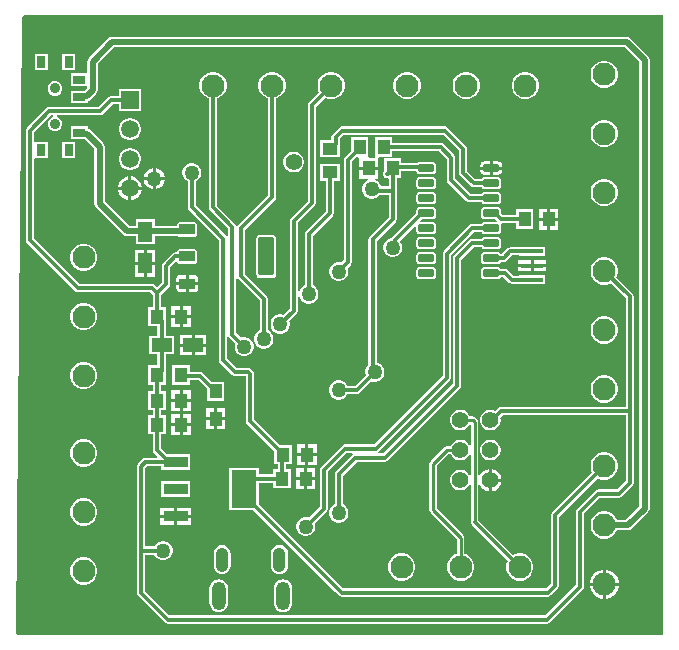
<source format=gbl>
G04*
G04 #@! TF.GenerationSoftware,Altium Limited,Altium Designer,23.3.1 (30)*
G04*
G04 Layer_Physical_Order=2*
G04 Layer_Color=16711680*
%FSLAX25Y25*%
%MOIN*%
G70*
G04*
G04 #@! TF.SameCoordinates,C0566122-47CB-4EAD-8267-09603FDD0119*
G04*
G04*
G04 #@! TF.FilePolarity,Positive*
G04*
G01*
G75*
%ADD15C,0.01000*%
%ADD37R,0.04488X0.05000*%
%ADD39R,0.07480X0.01575*%
%ADD40R,0.05000X0.04488*%
%ADD50C,0.01300*%
%ADD52C,0.01200*%
%ADD53C,0.03543*%
%ADD54C,0.05937*%
%ADD55R,0.05937X0.05937*%
%ADD56C,0.07677*%
%ADD57C,0.05512*%
%ADD58O,0.04724X0.09449*%
%ADD59O,0.02874X0.05748*%
%ADD60C,0.05000*%
%ADD61R,0.04331X0.02756*%
%ADD62R,0.03150X0.03937*%
%ADD63R,0.08465X0.12795*%
%ADD64R,0.08465X0.03740*%
%ADD65R,0.04331X0.04921*%
G04:AMPARAMS|DCode=66|XSize=36.61mil|YSize=51.58mil|CornerRadius=2.75mil|HoleSize=0mil|Usage=FLASHONLY|Rotation=90.000|XOffset=0mil|YOffset=0mil|HoleType=Round|Shape=RoundedRectangle|*
%AMROUNDEDRECTD66*
21,1,0.03661,0.04608,0,0,90.0*
21,1,0.03112,0.05158,0,0,90.0*
1,1,0.00549,0.02304,0.01556*
1,1,0.00549,0.02304,-0.01556*
1,1,0.00549,-0.02304,-0.01556*
1,1,0.00549,-0.02304,0.01556*
%
%ADD66ROUNDEDRECTD66*%
G04:AMPARAMS|DCode=67|XSize=127.56mil|YSize=51.58mil|CornerRadius=3.87mil|HoleSize=0mil|Usage=FLASHONLY|Rotation=90.000|XOffset=0mil|YOffset=0mil|HoleType=Round|Shape=RoundedRectangle|*
%AMROUNDEDRECTD67*
21,1,0.12756,0.04384,0,0,90.0*
21,1,0.11982,0.05158,0,0,90.0*
1,1,0.00774,0.02192,0.05991*
1,1,0.00774,0.02192,-0.05991*
1,1,0.00774,-0.02192,-0.05991*
1,1,0.00774,-0.02192,0.05991*
%
%ADD67ROUNDEDRECTD67*%
G04:AMPARAMS|DCode=68|XSize=51.58mil|YSize=24.41mil|CornerRadius=3.05mil|HoleSize=0mil|Usage=FLASHONLY|Rotation=180.000|XOffset=0mil|YOffset=0mil|HoleType=Round|Shape=RoundedRectangle|*
%AMROUNDEDRECTD68*
21,1,0.05158,0.01831,0,0,180.0*
21,1,0.04547,0.02441,0,0,180.0*
1,1,0.00610,-0.02274,0.00915*
1,1,0.00610,0.02274,0.00915*
1,1,0.00610,0.02274,-0.00915*
1,1,0.00610,-0.02274,-0.00915*
%
%ADD68ROUNDEDRECTD68*%
%ADD69O,0.04134X0.08268*%
%ADD70R,0.06850X0.04842*%
%ADD71R,0.04842X0.06850*%
%ADD72C,0.02000*%
G36*
X386500Y110000D02*
X171355D01*
X171003Y110355D01*
X173000Y316000D01*
X173500Y316500D01*
X386500D01*
Y110000D01*
D02*
G37*
%LPC*%
G36*
X190732Y303574D02*
X186182D01*
Y298237D01*
X190732D01*
Y303574D01*
D02*
G37*
G36*
X181676D02*
X177127D01*
Y298237D01*
X181676D01*
Y303574D01*
D02*
G37*
G36*
X367598Y301224D02*
X366403D01*
X365248Y300914D01*
X364213Y300317D01*
X363368Y299472D01*
X362771Y298437D01*
X362461Y297283D01*
Y296088D01*
X362771Y294933D01*
X363368Y293898D01*
X364213Y293053D01*
X365248Y292456D01*
X366403Y292146D01*
X367598D01*
X368752Y292456D01*
X369787Y293053D01*
X370632Y293898D01*
X371229Y294933D01*
X371539Y296088D01*
Y297283D01*
X371229Y298437D01*
X370632Y299472D01*
X369787Y300317D01*
X368752Y300914D01*
X367598Y301224D01*
D02*
G37*
G36*
X212601Y291932D02*
X205264D01*
Y289640D01*
X202764D01*
X202764Y289640D01*
X202237Y289535D01*
X201790Y289237D01*
X198430Y285876D01*
X182000D01*
X182000Y285876D01*
X181473Y285772D01*
X181027Y285473D01*
X174527Y278973D01*
X174228Y278527D01*
X174124Y278000D01*
Y241500D01*
X174228Y240973D01*
X174527Y240527D01*
X190527Y224527D01*
X190973Y224228D01*
X191500Y224124D01*
X215676D01*
X216632Y223168D01*
Y219200D01*
X215064D01*
Y212800D01*
X218072D01*
Y209621D01*
X215324D01*
Y203379D01*
X218072D01*
Y199700D01*
X215056D01*
Y193300D01*
X216623D01*
Y191200D01*
X215056D01*
Y184800D01*
X216623D01*
Y183200D01*
X215056D01*
Y176800D01*
X216623D01*
Y171358D01*
X216728Y170831D01*
X217027Y170385D01*
X218018Y169394D01*
X217827Y168932D01*
X214055D01*
X213528Y168827D01*
X213082Y168528D01*
X213082Y168528D01*
X211527Y166973D01*
X211228Y166527D01*
X211123Y166000D01*
Y138000D01*
Y124000D01*
X211228Y123473D01*
X211527Y123027D01*
X220527Y114027D01*
X220973Y113728D01*
X221500Y113624D01*
X348000D01*
X348527Y113728D01*
X348973Y114027D01*
X359973Y125027D01*
X360272Y125473D01*
X360377Y126000D01*
Y150430D01*
X365570Y155624D01*
X372000D01*
X372527Y155728D01*
X372973Y156027D01*
X376473Y159527D01*
X376772Y159973D01*
X376876Y160500D01*
X376876Y160500D01*
Y184500D01*
Y222685D01*
X376876Y222685D01*
X376772Y223212D01*
X376473Y223658D01*
X376473Y223658D01*
X371035Y229097D01*
X371229Y229433D01*
X371539Y230588D01*
Y231783D01*
X371229Y232937D01*
X370632Y233972D01*
X369787Y234817D01*
X368752Y235414D01*
X367598Y235724D01*
X366403D01*
X365248Y235414D01*
X364213Y234817D01*
X363368Y233972D01*
X362771Y232937D01*
X362461Y231783D01*
Y230588D01*
X362771Y229433D01*
X363368Y228398D01*
X364213Y227553D01*
X365248Y226956D01*
X366403Y226646D01*
X367598D01*
X368752Y226956D01*
X369088Y227150D01*
X374124Y222115D01*
Y185876D01*
X332655D01*
X332128Y185772D01*
X331682Y185473D01*
X330711Y184503D01*
X330334Y184720D01*
X329455Y184956D01*
X328545D01*
X327666Y184720D01*
X326878Y184265D01*
X326235Y183622D01*
X325780Y182834D01*
X325544Y181955D01*
Y181045D01*
X325780Y180166D01*
X326235Y179378D01*
X326878Y178735D01*
X327666Y178280D01*
X328545Y178044D01*
X329455D01*
X330334Y178280D01*
X331122Y178735D01*
X331765Y179378D01*
X332220Y180166D01*
X332456Y181045D01*
Y181955D01*
X332371Y182270D01*
X333225Y183124D01*
X374124D01*
Y161070D01*
X371430Y158376D01*
X365000D01*
X364473Y158272D01*
X364027Y157973D01*
X358027Y151973D01*
X357728Y151527D01*
X357624Y151000D01*
Y126570D01*
X347430Y116376D01*
X222070D01*
X213877Y124570D01*
Y136624D01*
X217100D01*
X217439Y136035D01*
X218035Y135439D01*
X218765Y135018D01*
X219579Y134800D01*
X220421D01*
X221235Y135018D01*
X221965Y135439D01*
X222561Y136035D01*
X222982Y136765D01*
X223200Y137579D01*
Y138421D01*
X222982Y139235D01*
X222561Y139965D01*
X221965Y140561D01*
X221235Y140982D01*
X220421Y141200D01*
X219579D01*
X218765Y140982D01*
X218035Y140561D01*
X217439Y139965D01*
X217100Y139376D01*
X213877D01*
Y165430D01*
X214625Y166179D01*
X219233D01*
Y164985D01*
X229098D01*
Y170125D01*
X221180D01*
X219376Y171928D01*
Y176800D01*
X220944D01*
Y183200D01*
X219376D01*
Y184800D01*
X220944D01*
Y191200D01*
X219376D01*
Y193300D01*
X220944D01*
Y199700D01*
X220825D01*
Y203379D01*
X223574D01*
Y209621D01*
X220825D01*
Y212800D01*
X220952D01*
Y219200D01*
X219385D01*
Y223168D01*
X221973Y225757D01*
X221973Y225757D01*
X222272Y226204D01*
X222376Y226730D01*
X222376Y226730D01*
Y232430D01*
X224228Y234281D01*
X224770Y234117D01*
X224778Y234079D01*
X224993Y233757D01*
X225316Y233542D01*
X225696Y233466D01*
X230304D01*
X230684Y233542D01*
X231007Y233757D01*
X231222Y234079D01*
X231298Y234460D01*
Y237572D01*
X231222Y237952D01*
X231007Y238275D01*
X230684Y238490D01*
X230304Y238566D01*
X225696D01*
X225316Y238490D01*
X224993Y238275D01*
X224778Y237952D01*
X224702Y237572D01*
Y237392D01*
X224016D01*
X224016Y237392D01*
X223489Y237287D01*
X223042Y236989D01*
X223042Y236989D01*
X220027Y233973D01*
X219728Y233527D01*
X219623Y233000D01*
Y227301D01*
X218008Y225685D01*
X217220Y226473D01*
X216773Y226772D01*
X216247Y226876D01*
X192070D01*
X176876Y242070D01*
Y268313D01*
X177127Y268709D01*
X177376Y268709D01*
X181676D01*
Y274046D01*
X177376D01*
X177127Y274046D01*
X176876Y274443D01*
Y277430D01*
X182570Y283123D01*
X183134D01*
X183234Y282624D01*
X182529Y282332D01*
X181834Y281636D01*
X181457Y280728D01*
Y279745D01*
X181834Y278836D01*
X182529Y278141D01*
X183438Y277765D01*
X184421D01*
X185329Y278141D01*
X186024Y278836D01*
X186401Y279745D01*
Y280728D01*
X186024Y281636D01*
X185329Y282332D01*
X184624Y282624D01*
X184724Y283123D01*
X199000D01*
X199527Y283228D01*
X199973Y283527D01*
X203334Y286887D01*
X205264D01*
Y284595D01*
X212601D01*
Y291932D01*
D02*
G37*
G36*
X184421Y294519D02*
X183438D01*
X182529Y294143D01*
X181834Y293447D01*
X181457Y292539D01*
Y291556D01*
X181834Y290647D01*
X182529Y289952D01*
X183438Y289576D01*
X184421D01*
X185329Y289952D01*
X186024Y290647D01*
X186401Y291556D01*
Y292539D01*
X186024Y293447D01*
X185329Y294143D01*
X184421Y294519D01*
D02*
G37*
G36*
X341283Y297539D02*
X340088D01*
X338933Y297229D01*
X337898Y296632D01*
X337053Y295787D01*
X336456Y294752D01*
X336146Y293598D01*
Y292403D01*
X336456Y291248D01*
X337053Y290213D01*
X337898Y289368D01*
X338933Y288771D01*
X340088Y288461D01*
X341283D01*
X342437Y288771D01*
X343472Y289368D01*
X344317Y290213D01*
X344914Y291248D01*
X345224Y292403D01*
Y293598D01*
X344914Y294752D01*
X344317Y295787D01*
X343472Y296632D01*
X342437Y297229D01*
X341283Y297539D01*
D02*
G37*
G36*
X321598D02*
X320403D01*
X319248Y297229D01*
X318213Y296632D01*
X317368Y295787D01*
X316771Y294752D01*
X316461Y293598D01*
Y292403D01*
X316771Y291248D01*
X317368Y290213D01*
X318213Y289368D01*
X319248Y288771D01*
X320403Y288461D01*
X321598D01*
X322752Y288771D01*
X323787Y289368D01*
X324632Y290213D01*
X325229Y291248D01*
X325539Y292403D01*
Y293598D01*
X325229Y294752D01*
X324632Y295787D01*
X323787Y296632D01*
X322752Y297229D01*
X321598Y297539D01*
D02*
G37*
G36*
X301912D02*
X300717D01*
X299563Y297229D01*
X298528Y296632D01*
X297683Y295787D01*
X297086Y294752D01*
X296776Y293598D01*
Y292403D01*
X297086Y291248D01*
X297683Y290213D01*
X298528Y289368D01*
X299563Y288771D01*
X300717Y288461D01*
X301912D01*
X303067Y288771D01*
X304102Y289368D01*
X304947Y290213D01*
X305544Y291248D01*
X305854Y292403D01*
Y293598D01*
X305544Y294752D01*
X304947Y295787D01*
X304102Y296632D01*
X303067Y297229D01*
X301912Y297539D01*
D02*
G37*
G36*
X276597D02*
X275402D01*
X274248Y297229D01*
X273213Y296632D01*
X272368Y295787D01*
X271771Y294752D01*
X271461Y293598D01*
Y292403D01*
X271771Y291248D01*
X271965Y290912D01*
X268527Y287473D01*
X268228Y287027D01*
X268124Y286500D01*
Y254570D01*
X262527Y248973D01*
X262228Y248527D01*
X262123Y248000D01*
Y218570D01*
X260078Y216524D01*
X259421Y216700D01*
X258579D01*
X257765Y216482D01*
X257035Y216061D01*
X256439Y215465D01*
X256018Y214735D01*
X255800Y213921D01*
Y213079D01*
X256018Y212265D01*
X256439Y211535D01*
X257035Y210939D01*
X257765Y210518D01*
X258579Y210300D01*
X259421D01*
X260235Y210518D01*
X260965Y210939D01*
X261561Y211535D01*
X261982Y212265D01*
X262200Y213079D01*
Y213921D01*
X262024Y214578D01*
X264473Y217027D01*
X264772Y217473D01*
X264877Y218000D01*
Y222728D01*
X265376Y222793D01*
X265518Y222265D01*
X265939Y221535D01*
X266535Y220939D01*
X267265Y220518D01*
X268079Y220300D01*
X268921D01*
X269735Y220518D01*
X270465Y220939D01*
X271061Y221535D01*
X271482Y222265D01*
X271700Y223079D01*
Y223921D01*
X271482Y224735D01*
X271061Y225465D01*
X270465Y226061D01*
X269877Y226400D01*
Y242930D01*
X276473Y249527D01*
X276473Y249527D01*
X276772Y249973D01*
X276876Y250500D01*
Y261060D01*
X278826D01*
Y266948D01*
X272426D01*
Y261060D01*
X274124D01*
Y251070D01*
X267527Y244473D01*
X267228Y244027D01*
X267124Y243500D01*
Y226400D01*
X266535Y226061D01*
X265939Y225465D01*
X265518Y224735D01*
X265376Y224207D01*
X264877Y224272D01*
Y247430D01*
X270473Y253027D01*
X270772Y253473D01*
X270877Y254000D01*
Y285930D01*
X273912Y288965D01*
X274248Y288771D01*
X275402Y288461D01*
X276597D01*
X277752Y288771D01*
X278787Y289368D01*
X279632Y290213D01*
X280229Y291248D01*
X280539Y292403D01*
Y293598D01*
X280229Y294752D01*
X279632Y295787D01*
X278787Y296632D01*
X277752Y297229D01*
X276597Y297539D01*
D02*
G37*
G36*
X209416Y282090D02*
X208450D01*
X207517Y281840D01*
X206680Y281357D01*
X205997Y280674D01*
X205515Y279837D01*
X205264Y278904D01*
Y277938D01*
X205515Y277005D01*
X205997Y276169D01*
X206680Y275486D01*
X207517Y275003D01*
X208450Y274753D01*
X209416D01*
X210349Y275003D01*
X211186Y275486D01*
X211869Y276169D01*
X212351Y277005D01*
X212601Y277938D01*
Y278904D01*
X212351Y279837D01*
X211869Y280674D01*
X211186Y281357D01*
X210349Y281840D01*
X209416Y282090D01*
D02*
G37*
G36*
X367598Y281539D02*
X366403D01*
X365248Y281229D01*
X364213Y280632D01*
X363368Y279787D01*
X362771Y278752D01*
X362461Y277597D01*
Y276402D01*
X362771Y275248D01*
X363368Y274213D01*
X364213Y273368D01*
X365248Y272771D01*
X366403Y272461D01*
X367598D01*
X368752Y272771D01*
X369787Y273368D01*
X370632Y274213D01*
X371229Y275248D01*
X371539Y276402D01*
Y277597D01*
X371229Y278752D01*
X370632Y279787D01*
X369787Y280632D01*
X368752Y281229D01*
X367598Y281539D01*
D02*
G37*
G36*
X296436Y275700D02*
X290548D01*
Y269500D01*
X290548Y269300D01*
X290172Y269000D01*
X288820D01*
X288444Y269300D01*
X288444Y269500D01*
Y275700D01*
X282556D01*
Y271247D01*
X280527Y269217D01*
X280228Y268771D01*
X280123Y268244D01*
Y234863D01*
X279346Y234086D01*
X278921Y234200D01*
X278079D01*
X277265Y233982D01*
X276535Y233561D01*
X275939Y232965D01*
X275518Y232235D01*
X275300Y231421D01*
Y230579D01*
X275518Y229765D01*
X275939Y229035D01*
X276535Y228439D01*
X277265Y228018D01*
X278079Y227800D01*
X278921D01*
X279735Y228018D01*
X280465Y228439D01*
X281061Y229035D01*
X281482Y229765D01*
X281700Y230579D01*
Y231421D01*
X281482Y232235D01*
X281448Y232294D01*
X282473Y233320D01*
X282772Y233767D01*
X282876Y234293D01*
Y267674D01*
X284503Y269300D01*
X284884D01*
X285260Y269000D01*
X285260Y268800D01*
Y266000D01*
X291748D01*
Y268800D01*
X291748Y269000D01*
X292124Y269300D01*
X296436D01*
Y271124D01*
X311930D01*
X314623Y268430D01*
Y261500D01*
X314728Y260973D01*
X315027Y260527D01*
X321027Y254527D01*
X321473Y254228D01*
X322000Y254123D01*
X326152D01*
X326328Y253860D01*
X326661Y253638D01*
X327053Y253560D01*
X331600D01*
X331993Y253638D01*
X332325Y253860D01*
X332547Y254192D01*
X332625Y254585D01*
Y256415D01*
X332547Y256807D01*
X332325Y257140D01*
X331993Y257362D01*
X331600Y257440D01*
X327053D01*
X326661Y257362D01*
X326328Y257140D01*
X326152Y256876D01*
X322570D01*
X317376Y262070D01*
Y269000D01*
X317376Y269000D01*
X317272Y269527D01*
X316973Y269973D01*
X313473Y273473D01*
X313027Y273772D01*
X312500Y273877D01*
X296436D01*
Y275700D01*
D02*
G37*
G36*
X190732Y274046D02*
X186182D01*
Y268709D01*
X190732D01*
Y274046D01*
D02*
G37*
G36*
X331600Y267746D02*
X329827D01*
Y266000D01*
X332931D01*
Y266415D01*
X332830Y266925D01*
X332541Y267356D01*
X332110Y267645D01*
X331600Y267746D01*
D02*
G37*
G36*
X328827D02*
X327053D01*
X326544Y267645D01*
X326112Y267356D01*
X325824Y266925D01*
X325723Y266415D01*
Y266000D01*
X328827D01*
Y267746D01*
D02*
G37*
G36*
X209416Y272247D02*
X208450D01*
X207517Y271997D01*
X206680Y271514D01*
X205997Y270831D01*
X205515Y269995D01*
X205264Y269062D01*
Y268096D01*
X205515Y267163D01*
X205997Y266326D01*
X206680Y265643D01*
X207517Y265160D01*
X208450Y264910D01*
X209416D01*
X210349Y265160D01*
X211186Y265643D01*
X211869Y266326D01*
X212351Y267163D01*
X212601Y268096D01*
Y269062D01*
X212351Y269995D01*
X211869Y270831D01*
X211186Y271514D01*
X210349Y271997D01*
X209416Y272247D01*
D02*
G37*
G36*
X263955Y270956D02*
X263045D01*
X262166Y270720D01*
X261378Y270265D01*
X260735Y269622D01*
X260280Y268834D01*
X260044Y267955D01*
Y267045D01*
X260280Y266166D01*
X260735Y265378D01*
X261378Y264735D01*
X262166Y264280D01*
X263045Y264044D01*
X263955D01*
X264834Y264280D01*
X265622Y264735D01*
X266265Y265378D01*
X266720Y266166D01*
X266956Y267045D01*
Y267955D01*
X266720Y268834D01*
X266265Y269622D01*
X265622Y270265D01*
X264834Y270720D01*
X263955Y270956D01*
D02*
G37*
G36*
X332931Y265000D02*
X329827D01*
Y263254D01*
X331600D01*
X332110Y263355D01*
X332541Y263644D01*
X332830Y264075D01*
X332931Y264585D01*
Y265000D01*
D02*
G37*
G36*
X328827D02*
X325723D01*
Y264585D01*
X325824Y264075D01*
X326112Y263644D01*
X326544Y263355D01*
X327053Y263254D01*
X328827D01*
Y265000D01*
D02*
G37*
G36*
X217500Y265490D02*
Y262500D01*
X220490D01*
X220262Y263351D01*
X219801Y264149D01*
X219149Y264801D01*
X218351Y265262D01*
X217500Y265490D01*
D02*
G37*
G36*
X216500D02*
X215649Y265262D01*
X214851Y264801D01*
X214199Y264149D01*
X213738Y263351D01*
X213510Y262500D01*
X216500D01*
Y265490D01*
D02*
G37*
G36*
X299440Y268700D02*
X293552D01*
Y264442D01*
X293374Y264177D01*
X293269Y263650D01*
X293374Y263123D01*
X293552Y262858D01*
Y262300D01*
X294513D01*
X294646Y262274D01*
X294902D01*
X295120Y261807D01*
Y259377D01*
X292578D01*
X292482Y259735D01*
X292061Y260465D01*
X291465Y261061D01*
X290735Y261482D01*
X290668Y261500D01*
X290734Y262000D01*
X291748D01*
Y265000D01*
X285260D01*
Y262000D01*
X288266D01*
X288332Y261500D01*
X288265Y261482D01*
X287535Y261061D01*
X286939Y260465D01*
X286518Y259735D01*
X286300Y258921D01*
Y258079D01*
X286518Y257265D01*
X286939Y256535D01*
X287535Y255939D01*
X288265Y255518D01*
X289079Y255300D01*
X289921D01*
X290735Y255518D01*
X291465Y255939D01*
X292061Y256535D01*
X292112Y256624D01*
X295120D01*
Y249066D01*
X288819Y242765D01*
X288520Y242319D01*
X288416Y241792D01*
Y199941D01*
X287939Y199465D01*
X287518Y198735D01*
X287300Y197921D01*
Y197079D01*
X287476Y196423D01*
X283930Y192876D01*
X281400D01*
X281061Y193465D01*
X280465Y194061D01*
X279735Y194482D01*
X278921Y194700D01*
X278079D01*
X277265Y194482D01*
X276535Y194061D01*
X275939Y193465D01*
X275518Y192735D01*
X275300Y191921D01*
Y191079D01*
X275518Y190265D01*
X275939Y189535D01*
X276535Y188939D01*
X277265Y188518D01*
X278079Y188300D01*
X278921D01*
X279735Y188518D01*
X280465Y188939D01*
X281061Y189535D01*
X281400Y190124D01*
X284500D01*
X285027Y190228D01*
X285473Y190527D01*
X289422Y194476D01*
X290079Y194300D01*
X290921D01*
X291735Y194518D01*
X292465Y194939D01*
X293061Y195535D01*
X293482Y196265D01*
X293700Y197079D01*
Y197921D01*
X293482Y198735D01*
X293061Y199465D01*
X292465Y200061D01*
X291735Y200482D01*
X291168Y200634D01*
Y241222D01*
X297469Y247523D01*
X297768Y247969D01*
X297872Y248496D01*
Y258000D01*
Y262300D01*
X299440D01*
Y264379D01*
X304416D01*
X304453Y264193D01*
X304675Y263860D01*
X305007Y263638D01*
X305400Y263560D01*
X309947D01*
X310339Y263638D01*
X310671Y263860D01*
X310894Y264193D01*
X310972Y264585D01*
Y266415D01*
X310894Y266808D01*
X310671Y267140D01*
X310339Y267362D01*
X309947Y267440D01*
X305400D01*
X305007Y267362D01*
X304675Y267140D01*
X304670Y267132D01*
X299440D01*
Y268700D01*
D02*
G37*
G36*
X209455Y262705D02*
X209433D01*
Y259236D01*
X212901D01*
Y259259D01*
X212631Y260268D01*
X212109Y261173D01*
X211370Y261912D01*
X210465Y262434D01*
X209455Y262705D01*
D02*
G37*
G36*
X208433D02*
X208411D01*
X207401Y262434D01*
X206496Y261912D01*
X205757Y261173D01*
X205235Y260268D01*
X204964Y259259D01*
Y259236D01*
X208433D01*
Y262705D01*
D02*
G37*
G36*
X279500Y279377D02*
X278973Y279272D01*
X278527Y278973D01*
X276503Y276949D01*
X276204Y276503D01*
X276099Y275976D01*
Y274940D01*
X272426D01*
Y269052D01*
X278826D01*
Y273457D01*
X278853Y273590D01*
X278852Y273590D01*
Y275406D01*
X280070Y276624D01*
X313430D01*
X318623Y271430D01*
Y264000D01*
X318728Y263473D01*
X319027Y263027D01*
X322527Y259527D01*
X322973Y259228D01*
X323500Y259123D01*
X323500Y259123D01*
X326152D01*
X326328Y258860D01*
X326661Y258638D01*
X327053Y258560D01*
X331600D01*
X331993Y258638D01*
X332325Y258860D01*
X332547Y259192D01*
X332625Y259585D01*
Y261415D01*
X332547Y261807D01*
X332325Y262140D01*
X331993Y262362D01*
X331600Y262440D01*
X327053D01*
X326661Y262362D01*
X326328Y262140D01*
X326152Y261877D01*
X324070D01*
X321376Y264570D01*
Y272000D01*
X321272Y272527D01*
X320973Y272973D01*
X314973Y278973D01*
X314527Y279272D01*
X314000Y279377D01*
X279500D01*
X279500Y279377D01*
D02*
G37*
G36*
X309947Y262440D02*
X305400D01*
X305007Y262362D01*
X304675Y262140D01*
X304453Y261807D01*
X304375Y261415D01*
Y259585D01*
X304453Y259192D01*
X304675Y258860D01*
X305007Y258638D01*
X305400Y258560D01*
X309947D01*
X310339Y258638D01*
X310671Y258860D01*
X310894Y259192D01*
X310972Y259585D01*
Y261415D01*
X310894Y261807D01*
X310671Y262140D01*
X310339Y262362D01*
X309947Y262440D01*
D02*
G37*
G36*
X220490Y261500D02*
X217500D01*
Y258510D01*
X218351Y258738D01*
X219149Y259199D01*
X219801Y259851D01*
X220262Y260649D01*
X220490Y261500D01*
D02*
G37*
G36*
X216500D02*
X213510D01*
X213738Y260649D01*
X214199Y259851D01*
X214851Y259199D01*
X215649Y258738D01*
X216500Y258510D01*
Y261500D01*
D02*
G37*
G36*
X212901Y258236D02*
X209433D01*
Y254768D01*
X209455D01*
X210465Y255038D01*
X211370Y255561D01*
X212109Y256299D01*
X212631Y257204D01*
X212901Y258214D01*
Y258236D01*
D02*
G37*
G36*
X208433D02*
X204964D01*
Y258214D01*
X205235Y257204D01*
X205757Y256299D01*
X206496Y255561D01*
X207401Y255038D01*
X208411Y254768D01*
X208433D01*
Y258236D01*
D02*
G37*
G36*
X309947Y257440D02*
X305400D01*
X305007Y257362D01*
X304675Y257140D01*
X304453Y256807D01*
X304375Y256415D01*
Y254585D01*
X304453Y254192D01*
X304675Y253860D01*
X305007Y253638D01*
X305400Y253560D01*
X309947D01*
X310339Y253638D01*
X310671Y253860D01*
X310894Y254192D01*
X310972Y254585D01*
Y256415D01*
X310894Y256807D01*
X310671Y257140D01*
X310339Y257362D01*
X309947Y257440D01*
D02*
G37*
G36*
X367598Y261854D02*
X366403D01*
X365248Y261544D01*
X364213Y260947D01*
X363368Y260102D01*
X362771Y259067D01*
X362461Y257912D01*
Y256717D01*
X362771Y255563D01*
X363368Y254528D01*
X364213Y253683D01*
X365248Y253086D01*
X366403Y252776D01*
X367598D01*
X368752Y253086D01*
X369787Y253683D01*
X370632Y254528D01*
X371229Y255563D01*
X371539Y256717D01*
Y257912D01*
X371229Y259067D01*
X370632Y260102D01*
X369787Y260947D01*
X368752Y261544D01*
X367598Y261854D01*
D02*
G37*
G36*
X351736Y252000D02*
X348992D01*
Y249000D01*
X351736D01*
Y252000D01*
D02*
G37*
G36*
X347992D02*
X345248D01*
Y249000D01*
X347992D01*
Y252000D01*
D02*
G37*
G36*
X256912Y297539D02*
X255717D01*
X254563Y297229D01*
X253528Y296632D01*
X252683Y295787D01*
X252086Y294752D01*
X251776Y293598D01*
Y292403D01*
X252086Y291248D01*
X252683Y290213D01*
X253528Y289368D01*
X254563Y288771D01*
X254939Y288670D01*
Y256385D01*
X245027Y246473D01*
X244846Y246203D01*
X244315Y246308D01*
X244272Y246527D01*
X243973Y246973D01*
X238006Y252940D01*
Y288670D01*
X238382Y288771D01*
X239417Y289368D01*
X240262Y290213D01*
X240859Y291248D01*
X241169Y292403D01*
Y293598D01*
X240859Y294752D01*
X240262Y295787D01*
X239417Y296632D01*
X238382Y297229D01*
X237228Y297539D01*
X236033D01*
X234878Y297229D01*
X233843Y296632D01*
X232998Y295787D01*
X232401Y294752D01*
X232091Y293598D01*
Y292403D01*
X232401Y291248D01*
X232998Y290213D01*
X233843Y289368D01*
X234878Y288771D01*
X235254Y288670D01*
Y252370D01*
X235358Y251843D01*
X235657Y251397D01*
X241623Y245430D01*
Y242900D01*
X241124Y242748D01*
X240973Y242973D01*
X230876Y253070D01*
Y261100D01*
X231465Y261439D01*
X232061Y262035D01*
X232482Y262765D01*
X232700Y263579D01*
Y264421D01*
X232482Y265235D01*
X232061Y265965D01*
X231465Y266561D01*
X230735Y266982D01*
X229921Y267200D01*
X229079D01*
X228265Y266982D01*
X227535Y266561D01*
X226939Y265965D01*
X226518Y265235D01*
X226300Y264421D01*
Y263579D01*
X226518Y262765D01*
X226939Y262035D01*
X227535Y261439D01*
X228123Y261100D01*
Y252500D01*
X228228Y251973D01*
X228527Y251527D01*
X238623Y241430D01*
Y201500D01*
X238728Y200973D01*
X239027Y200527D01*
X243027Y196527D01*
X243027Y196527D01*
X243473Y196228D01*
X244000Y196124D01*
X247623D01*
Y181195D01*
X247728Y180668D01*
X248027Y180222D01*
X256995Y171253D01*
Y166800D01*
X258128D01*
Y165200D01*
X256560D01*
Y163376D01*
X251932D01*
Y165598D01*
X242068D01*
Y151402D01*
X249986D01*
X276861Y124527D01*
X277308Y124228D01*
X277329Y124224D01*
X278527Y123027D01*
X278973Y122728D01*
X279500Y122624D01*
X348238D01*
X348765Y122728D01*
X349212Y123027D01*
X351473Y125288D01*
X351473Y125288D01*
X351772Y125735D01*
X351876Y126261D01*
X351876Y126262D01*
Y149115D01*
X364912Y162150D01*
X365248Y161956D01*
X366403Y161646D01*
X367598D01*
X368752Y161956D01*
X369787Y162553D01*
X370632Y163398D01*
X371229Y164433D01*
X371539Y165587D01*
Y166782D01*
X371229Y167937D01*
X370632Y168972D01*
X369787Y169817D01*
X368752Y170414D01*
X367598Y170724D01*
X366403D01*
X365248Y170414D01*
X364213Y169817D01*
X363368Y168972D01*
X362771Y167937D01*
X362461Y166782D01*
Y165587D01*
X362771Y164433D01*
X362965Y164097D01*
X349527Y150658D01*
X349228Y150212D01*
X349124Y149685D01*
Y126832D01*
X347668Y125376D01*
X280070D01*
X278973Y126473D01*
X278527Y126772D01*
X278505Y126776D01*
X251932Y153349D01*
Y160624D01*
X256560D01*
Y158800D01*
X262448D01*
Y165200D01*
X260880D01*
Y166800D01*
X262883D01*
Y173200D01*
X258942D01*
X250377Y181765D01*
Y196738D01*
X250377Y196739D01*
X250272Y197265D01*
X249973Y197712D01*
X249973Y197712D01*
X249212Y198473D01*
X248765Y198772D01*
X248238Y198876D01*
X244570D01*
X241376Y202070D01*
Y209100D01*
X241877Y209252D01*
X242027Y209027D01*
X243976Y207078D01*
X243800Y206421D01*
Y205579D01*
X244018Y204765D01*
X244439Y204035D01*
X245035Y203439D01*
X245765Y203018D01*
X246579Y202800D01*
X247421D01*
X248235Y203018D01*
X248965Y203439D01*
X249561Y204035D01*
X249982Y204765D01*
X250200Y205579D01*
Y206421D01*
X249982Y207235D01*
X249561Y207965D01*
X248965Y208561D01*
X248235Y208982D01*
X247421Y209200D01*
X246579D01*
X245922Y209024D01*
X244376Y210570D01*
Y228600D01*
X244877Y228752D01*
X245027Y228527D01*
X252123Y221430D01*
Y211400D01*
X251535Y211061D01*
X250939Y210465D01*
X250518Y209735D01*
X250300Y208921D01*
Y208079D01*
X250518Y207265D01*
X250939Y206535D01*
X251535Y205939D01*
X252265Y205518D01*
X253079Y205300D01*
X253921D01*
X254735Y205518D01*
X255465Y205939D01*
X256061Y206535D01*
X256482Y207265D01*
X256700Y208079D01*
Y208921D01*
X256482Y209735D01*
X256061Y210465D01*
X255465Y211061D01*
X254876Y211400D01*
Y222000D01*
X254772Y222527D01*
X254473Y222973D01*
X247376Y230070D01*
Y244930D01*
X257288Y254842D01*
X257587Y255288D01*
X257691Y255815D01*
Y288670D01*
X258067Y288771D01*
X259102Y289368D01*
X259947Y290213D01*
X260544Y291248D01*
X260854Y292403D01*
Y293598D01*
X260544Y294752D01*
X259947Y295787D01*
X259102Y296632D01*
X258067Y297229D01*
X256912Y297539D01*
D02*
G37*
G36*
X331600Y252440D02*
X327053D01*
X326661Y252362D01*
X326328Y252140D01*
X326106Y251807D01*
X326028Y251415D01*
Y249585D01*
X326106Y249193D01*
X326328Y248860D01*
X326661Y248638D01*
X327053Y248560D01*
X330679D01*
X331298Y247940D01*
X331091Y247440D01*
X327053D01*
X326661Y247362D01*
X326328Y247140D01*
X326152Y246877D01*
X323000D01*
X323000Y246877D01*
X322473Y246772D01*
X322027Y246473D01*
X322027Y246473D01*
X313527Y237973D01*
X313228Y237527D01*
X313123Y237000D01*
Y196070D01*
X290430Y173376D01*
X280500D01*
X279973Y173272D01*
X279527Y172973D01*
X279527Y172973D01*
X272527Y165973D01*
X272228Y165527D01*
X272124Y165000D01*
Y152570D01*
X268578Y149024D01*
X267921Y149200D01*
X267079D01*
X266265Y148982D01*
X265535Y148561D01*
X264939Y147965D01*
X264518Y147235D01*
X264300Y146421D01*
Y145579D01*
X264518Y144765D01*
X264939Y144035D01*
X265535Y143439D01*
X266265Y143018D01*
X267079Y142800D01*
X267921D01*
X268735Y143018D01*
X269465Y143439D01*
X270061Y144035D01*
X270482Y144765D01*
X270700Y145579D01*
Y146421D01*
X270524Y147078D01*
X274473Y151027D01*
X274772Y151473D01*
X274876Y152000D01*
Y164430D01*
X281070Y170624D01*
X283100D01*
X283252Y170124D01*
X283027Y169973D01*
X283027Y169973D01*
X277527Y164473D01*
X277228Y164027D01*
X277123Y163500D01*
Y153400D01*
X276535Y153061D01*
X275939Y152465D01*
X275518Y151735D01*
X275300Y150921D01*
Y150079D01*
X275518Y149265D01*
X275939Y148535D01*
X276535Y147939D01*
X277265Y147518D01*
X278079Y147300D01*
X278921D01*
X279735Y147518D01*
X280465Y147939D01*
X281061Y148535D01*
X281482Y149265D01*
X281700Y150079D01*
Y150921D01*
X281482Y151735D01*
X281061Y152465D01*
X280465Y153061D01*
X279876Y153400D01*
Y162930D01*
X284570Y167624D01*
X294000D01*
X294527Y167728D01*
X294973Y168027D01*
X318973Y192027D01*
X318973Y192027D01*
X319272Y192473D01*
X319376Y193000D01*
X319376Y193000D01*
Y234930D01*
X323570Y239124D01*
X326152D01*
X326328Y238860D01*
X326661Y238638D01*
X327053Y238560D01*
X331600D01*
X331993Y238638D01*
X332325Y238860D01*
X332547Y239193D01*
X332625Y239585D01*
Y241415D01*
X332547Y241808D01*
X332325Y242140D01*
X331993Y242362D01*
X331600Y242440D01*
X327053D01*
X326661Y242362D01*
X326328Y242140D01*
X326152Y241877D01*
X323000D01*
X323000Y241877D01*
X322473Y241772D01*
X322027Y241473D01*
X317027Y236473D01*
X316728Y236027D01*
X316623Y235500D01*
Y193570D01*
X293430Y170376D01*
X291900D01*
X291748Y170876D01*
X291973Y171027D01*
X315473Y194527D01*
X315772Y194973D01*
X315877Y195500D01*
Y236430D01*
X323570Y244124D01*
X326152D01*
X326328Y243860D01*
X326661Y243638D01*
X327053Y243560D01*
X331600D01*
X331993Y243638D01*
X332325Y243860D01*
X332547Y244193D01*
X332625Y244585D01*
Y246415D01*
X332582Y246634D01*
X332595Y246699D01*
X332832Y247038D01*
X332937Y247124D01*
X337556D01*
Y245300D01*
X343444D01*
Y251700D01*
X337556D01*
Y249876D01*
X333255D01*
X332625Y250506D01*
Y251415D01*
X332547Y251807D01*
X332325Y252140D01*
X331993Y252362D01*
X331600Y252440D01*
D02*
G37*
G36*
X351736Y248000D02*
X348992D01*
Y245000D01*
X351736D01*
Y248000D01*
D02*
G37*
G36*
X347992D02*
X345248D01*
Y245000D01*
X347992D01*
Y248000D01*
D02*
G37*
G36*
X309947Y252440D02*
X305400D01*
X305007Y252362D01*
X304675Y252140D01*
X304453Y251807D01*
X304375Y251415D01*
Y250506D01*
X296235Y242366D01*
X296124Y242200D01*
X296079D01*
X295265Y241982D01*
X294535Y241561D01*
X293939Y240965D01*
X293518Y240235D01*
X293300Y239421D01*
Y238579D01*
X293518Y237765D01*
X293939Y237035D01*
X294535Y236439D01*
X295265Y236018D01*
X296079Y235800D01*
X296921D01*
X297735Y236018D01*
X298465Y236439D01*
X299061Y237035D01*
X299482Y237765D01*
X299700Y238579D01*
Y239421D01*
X299482Y240235D01*
X299061Y240965D01*
X298893Y241132D01*
X303875Y246113D01*
X304375Y245906D01*
Y244585D01*
X304453Y244193D01*
X304675Y243860D01*
X305007Y243638D01*
X305400Y243560D01*
X309947D01*
X310339Y243638D01*
X310671Y243860D01*
X310894Y244193D01*
X310972Y244585D01*
Y246415D01*
X310894Y246808D01*
X310671Y247140D01*
X310339Y247362D01*
X309947Y247440D01*
X305909D01*
X305702Y247940D01*
X306321Y248560D01*
X309947D01*
X310339Y248638D01*
X310671Y248860D01*
X310894Y249193D01*
X310972Y249585D01*
Y251415D01*
X310894Y251807D01*
X310671Y252140D01*
X310339Y252362D01*
X309947Y252440D01*
D02*
G37*
G36*
X194865Y279361D02*
X189135D01*
Y275205D01*
X192210D01*
X192378Y275172D01*
X192378Y275172D01*
X193877D01*
X197106Y271943D01*
Y253661D01*
X197238Y252998D01*
X197613Y252435D01*
X206774Y243274D01*
X207337Y242899D01*
X208000Y242767D01*
X210879D01*
Y240150D01*
X217121D01*
Y242767D01*
X225002D01*
X225316Y242557D01*
X225696Y242482D01*
X230304D01*
X230684Y242557D01*
X231007Y242773D01*
X231222Y243095D01*
X231298Y243476D01*
Y246588D01*
X231222Y246968D01*
X231007Y247290D01*
X230684Y247506D01*
X230304Y247581D01*
X225696D01*
X225316Y247506D01*
X224993Y247290D01*
X224778Y246968D01*
X224702Y246588D01*
Y246233D01*
X217121D01*
Y248401D01*
X210879D01*
Y246233D01*
X208718D01*
X200572Y254379D01*
Y272661D01*
X200440Y273324D01*
X200065Y273887D01*
X195820Y278131D01*
X195258Y278507D01*
X194865Y278585D01*
Y279361D01*
D02*
G37*
G36*
X347440Y239212D02*
X338560D01*
Y239101D01*
X335724D01*
X335724Y239101D01*
X335198Y238996D01*
X334751Y238698D01*
X334751Y238698D01*
X332965Y236912D01*
X332457Y236942D01*
X332325Y237140D01*
X331993Y237362D01*
X331600Y237440D01*
X327053D01*
X326661Y237362D01*
X326328Y237140D01*
X326106Y236807D01*
X326028Y236415D01*
Y234585D01*
X326106Y234192D01*
X326328Y233860D01*
X326661Y233638D01*
X327053Y233560D01*
X331600D01*
X331993Y233638D01*
X332325Y233860D01*
X332501Y234123D01*
X333500D01*
X334027Y234228D01*
X334473Y234527D01*
X336295Y236348D01*
X338560D01*
Y236237D01*
X347440D01*
Y239212D01*
D02*
G37*
G36*
X309947Y242440D02*
X305400D01*
X305007Y242362D01*
X304675Y242140D01*
X304453Y241808D01*
X304375Y241415D01*
Y239585D01*
X304453Y239193D01*
X304675Y238860D01*
X305007Y238638D01*
X305400Y238560D01*
X309947D01*
X310339Y238638D01*
X310671Y238860D01*
X310894Y239193D01*
X310972Y239585D01*
Y241415D01*
X310894Y241808D01*
X310671Y242140D01*
X310339Y242362D01*
X309947Y242440D01*
D02*
G37*
G36*
X217421Y238150D02*
X214500D01*
Y234224D01*
X217421D01*
Y238150D01*
D02*
G37*
G36*
X213500D02*
X210579D01*
Y234224D01*
X213500D01*
Y238150D01*
D02*
G37*
G36*
X309947Y237440D02*
X305400D01*
X305007Y237362D01*
X304675Y237140D01*
X304453Y236807D01*
X304375Y236415D01*
Y234585D01*
X304453Y234192D01*
X304675Y233860D01*
X305007Y233638D01*
X305400Y233560D01*
X309947D01*
X310339Y233638D01*
X310671Y233860D01*
X310894Y234192D01*
X310972Y234585D01*
Y236415D01*
X310894Y236807D01*
X310671Y237140D01*
X310339Y237362D01*
X309947Y237440D01*
D02*
G37*
G36*
X347740Y234787D02*
X343500D01*
Y233500D01*
X347740D01*
Y234787D01*
D02*
G37*
G36*
X342500D02*
X338260D01*
Y233500D01*
X342500D01*
Y234787D01*
D02*
G37*
G36*
X347740Y232500D02*
X343500D01*
Y231213D01*
X347740D01*
Y232500D01*
D02*
G37*
G36*
X342500D02*
X338260D01*
Y231213D01*
X342500D01*
Y232500D01*
D02*
G37*
G36*
X194097Y240224D02*
X192903D01*
X191748Y239914D01*
X190713Y239317D01*
X189868Y238472D01*
X189271Y237437D01*
X188961Y236282D01*
Y235087D01*
X189271Y233933D01*
X189868Y232898D01*
X190713Y232053D01*
X191748Y231456D01*
X192903Y231146D01*
X194097D01*
X195252Y231456D01*
X196287Y232053D01*
X197132Y232898D01*
X197729Y233933D01*
X198039Y235087D01*
Y236282D01*
X197729Y237437D01*
X197132Y238472D01*
X196287Y239317D01*
X195252Y239914D01*
X194097Y240224D01*
D02*
G37*
G36*
X217421Y233224D02*
X214500D01*
Y229299D01*
X217421D01*
Y233224D01*
D02*
G37*
G36*
X213500D02*
X210579D01*
Y229299D01*
X213500D01*
Y233224D01*
D02*
G37*
G36*
X256530Y243115D02*
X252147D01*
X251722Y243031D01*
X251363Y242791D01*
X251123Y242431D01*
X251038Y242007D01*
Y230025D01*
X251123Y229601D01*
X251363Y229241D01*
X251722Y229001D01*
X252147Y228917D01*
X256530D01*
X256954Y229001D01*
X257314Y229241D01*
X257554Y229601D01*
X257638Y230025D01*
Y242007D01*
X257554Y242431D01*
X257314Y242791D01*
X256954Y243031D01*
X256530Y243115D01*
D02*
G37*
G36*
X309947Y232440D02*
X305400D01*
X305007Y232362D01*
X304675Y232140D01*
X304453Y231807D01*
X304375Y231415D01*
Y229585D01*
X304453Y229192D01*
X304675Y228860D01*
X305007Y228638D01*
X305400Y228560D01*
X309947D01*
X310339Y228638D01*
X310671Y228860D01*
X310894Y229192D01*
X310972Y229585D01*
Y231415D01*
X310894Y231807D01*
X310671Y232140D01*
X310339Y232362D01*
X309947Y232440D01*
D02*
G37*
G36*
X230304Y229856D02*
X228500D01*
Y227500D01*
X231604D01*
Y228556D01*
X231505Y229053D01*
X231223Y229475D01*
X230802Y229757D01*
X230304Y229856D01*
D02*
G37*
G36*
X227500D02*
X225696D01*
X225199Y229757D01*
X224777Y229475D01*
X224495Y229053D01*
X224396Y228556D01*
Y227500D01*
X227500D01*
Y229856D01*
D02*
G37*
G36*
X331600Y232440D02*
X327053D01*
X326661Y232362D01*
X326328Y232140D01*
X326106Y231807D01*
X326028Y231415D01*
Y229585D01*
X326106Y229192D01*
X326328Y228860D01*
X326661Y228638D01*
X327053Y228560D01*
X331600D01*
X331993Y228638D01*
X332325Y228860D01*
X332501Y229123D01*
X333430D01*
X335251Y227302D01*
X335251Y227302D01*
X335698Y227004D01*
X336224Y226899D01*
X336224Y226899D01*
X338560D01*
Y226788D01*
X347440D01*
Y229763D01*
X338560D01*
Y229652D01*
X336794D01*
X334973Y231473D01*
X334527Y231772D01*
X334000Y231876D01*
X332501D01*
X332325Y232140D01*
X331993Y232362D01*
X331600Y232440D01*
D02*
G37*
G36*
X231604Y226500D02*
X228500D01*
Y224144D01*
X230304D01*
X230802Y224243D01*
X231223Y224525D01*
X231505Y224947D01*
X231604Y225444D01*
Y226500D01*
D02*
G37*
G36*
X227500D02*
X224396D01*
Y225444D01*
X224495Y224947D01*
X224777Y224525D01*
X225199Y224243D01*
X225696Y224144D01*
X227500D01*
Y226500D01*
D02*
G37*
G36*
X229244Y219500D02*
X226500D01*
Y216500D01*
X229244D01*
Y219500D01*
D02*
G37*
G36*
X225500D02*
X222756D01*
Y216500D01*
X225500D01*
Y219500D01*
D02*
G37*
G36*
X229244Y215500D02*
X226500D01*
Y212500D01*
X229244D01*
Y215500D01*
D02*
G37*
G36*
X225500D02*
X222756D01*
Y212500D01*
X225500D01*
Y215500D01*
D02*
G37*
G36*
X194097Y220538D02*
X192903D01*
X191748Y220229D01*
X190713Y219632D01*
X189868Y218787D01*
X189271Y217752D01*
X188961Y216598D01*
Y215402D01*
X189271Y214248D01*
X189868Y213213D01*
X190713Y212368D01*
X191748Y211771D01*
X192903Y211461D01*
X194097D01*
X195252Y211771D01*
X196287Y212368D01*
X197132Y213213D01*
X197729Y214248D01*
X198039Y215402D01*
Y216598D01*
X197729Y217752D01*
X197132Y218787D01*
X196287Y219632D01*
X195252Y220229D01*
X194097Y220538D01*
D02*
G37*
G36*
X234425Y209921D02*
X230500D01*
Y207000D01*
X234425D01*
Y209921D01*
D02*
G37*
G36*
X229500D02*
X225575D01*
Y207000D01*
X229500D01*
Y209921D01*
D02*
G37*
G36*
X367598Y216039D02*
X366403D01*
X365248Y215729D01*
X364213Y215132D01*
X363368Y214287D01*
X362771Y213252D01*
X362461Y212098D01*
Y210903D01*
X362771Y209748D01*
X363368Y208713D01*
X364213Y207868D01*
X365248Y207271D01*
X366403Y206961D01*
X367598D01*
X368752Y207271D01*
X369787Y207868D01*
X370632Y208713D01*
X371229Y209748D01*
X371539Y210903D01*
Y212098D01*
X371229Y213252D01*
X370632Y214287D01*
X369787Y215132D01*
X368752Y215729D01*
X367598Y216039D01*
D02*
G37*
G36*
X234425Y206000D02*
X230500D01*
Y203079D01*
X234425D01*
Y206000D01*
D02*
G37*
G36*
X229500D02*
X225575D01*
Y203079D01*
X229500D01*
Y206000D01*
D02*
G37*
G36*
X194097Y200853D02*
X192903D01*
X191748Y200544D01*
X190713Y199947D01*
X189868Y199102D01*
X189271Y198067D01*
X188961Y196913D01*
Y195718D01*
X189271Y194563D01*
X189868Y193528D01*
X190713Y192683D01*
X191748Y192086D01*
X192903Y191776D01*
X194097D01*
X195252Y192086D01*
X196287Y192683D01*
X197132Y193528D01*
X197729Y194563D01*
X198039Y195718D01*
Y196913D01*
X197729Y198067D01*
X197132Y199102D01*
X196287Y199947D01*
X195252Y200544D01*
X194097Y200853D01*
D02*
G37*
G36*
X229236Y191500D02*
X226492D01*
Y188500D01*
X229236D01*
Y191500D01*
D02*
G37*
G36*
X225492D02*
X222748D01*
Y188500D01*
X225492D01*
Y191500D01*
D02*
G37*
G36*
X228936Y199700D02*
X223048D01*
Y193300D01*
X228936D01*
Y194821D01*
X231859D01*
X234635Y192045D01*
Y187965D01*
X240365D01*
Y194287D01*
X236286D01*
X233402Y197170D01*
X232956Y197469D01*
X232429Y197573D01*
X228936D01*
Y199700D01*
D02*
G37*
G36*
X367598Y196354D02*
X366403D01*
X365248Y196044D01*
X364213Y195447D01*
X363368Y194602D01*
X362771Y193567D01*
X362461Y192412D01*
Y191218D01*
X362771Y190063D01*
X363368Y189028D01*
X364213Y188183D01*
X365248Y187586D01*
X366403Y187276D01*
X367598D01*
X368752Y187586D01*
X369787Y188183D01*
X370632Y189028D01*
X371229Y190063D01*
X371539Y191218D01*
Y192412D01*
X371229Y193567D01*
X370632Y194602D01*
X369787Y195447D01*
X368752Y196044D01*
X367598Y196354D01*
D02*
G37*
G36*
X229236Y187500D02*
X226492D01*
Y184500D01*
X229236D01*
Y187500D01*
D02*
G37*
G36*
X225492D02*
X222748D01*
Y184500D01*
X225492D01*
Y187500D01*
D02*
G37*
G36*
X240665Y185335D02*
X238000D01*
Y182374D01*
X240665D01*
Y185335D01*
D02*
G37*
G36*
X237000D02*
X234335D01*
Y182374D01*
X237000D01*
Y185335D01*
D02*
G37*
G36*
X229236Y183500D02*
X226492D01*
Y180500D01*
X229236D01*
Y183500D01*
D02*
G37*
G36*
X225492D02*
X222748D01*
Y180500D01*
X225492D01*
Y183500D01*
D02*
G37*
G36*
X240665Y181374D02*
X238000D01*
Y178413D01*
X240665D01*
Y181374D01*
D02*
G37*
G36*
X237000D02*
X234335D01*
Y178413D01*
X237000D01*
Y181374D01*
D02*
G37*
G36*
X229236Y179500D02*
X226492D01*
Y176500D01*
X229236D01*
Y179500D01*
D02*
G37*
G36*
X225492D02*
X222748D01*
Y176500D01*
X225492D01*
Y179500D01*
D02*
G37*
G36*
X319455Y184956D02*
X318545D01*
X317666Y184720D01*
X316878Y184265D01*
X316235Y183622D01*
X315780Y182834D01*
X315544Y181955D01*
Y181045D01*
X315780Y180166D01*
X316235Y179378D01*
X316878Y178735D01*
X317666Y178280D01*
X318545Y178044D01*
X319455D01*
X320334Y178280D01*
X321122Y178735D01*
X321765Y179378D01*
X322074Y179912D01*
X322573Y179778D01*
Y173222D01*
X322074Y173088D01*
X321765Y173622D01*
X321122Y174265D01*
X320334Y174720D01*
X319455Y174956D01*
X318545D01*
X317666Y174720D01*
X316878Y174265D01*
X316235Y173622D01*
X315780Y172834D01*
X315750Y172723D01*
X314500D01*
X314032Y172630D01*
X313635Y172365D01*
X309135Y167865D01*
X308870Y167468D01*
X308776Y167000D01*
Y151500D01*
X308870Y151032D01*
X309135Y150635D01*
X317962Y141808D01*
Y136871D01*
X317433Y136729D01*
X316398Y136132D01*
X315553Y135287D01*
X314956Y134252D01*
X314646Y133098D01*
Y131903D01*
X314956Y130748D01*
X315553Y129713D01*
X316398Y128868D01*
X317433Y128271D01*
X318587Y127961D01*
X319782D01*
X320937Y128271D01*
X321972Y128868D01*
X322817Y129713D01*
X323414Y130748D01*
X323724Y131903D01*
Y133098D01*
X323414Y134252D01*
X322817Y135287D01*
X321972Y136132D01*
X320937Y136729D01*
X320409Y136871D01*
Y142315D01*
X320315Y142783D01*
X320050Y143180D01*
X311224Y152007D01*
Y166493D01*
X315007Y170276D01*
X315750D01*
X315780Y170166D01*
X316235Y169378D01*
X316878Y168735D01*
X317666Y168280D01*
X318545Y168044D01*
X319455D01*
X320334Y168280D01*
X321122Y168735D01*
X321765Y169378D01*
X322074Y169912D01*
X322573Y169778D01*
Y163222D01*
X322074Y163088D01*
X321765Y163622D01*
X321122Y164265D01*
X320334Y164720D01*
X319455Y164956D01*
X318545D01*
X317666Y164720D01*
X316878Y164265D01*
X316235Y163622D01*
X315780Y162834D01*
X315544Y161955D01*
Y161045D01*
X315780Y160166D01*
X316235Y159378D01*
X316878Y158735D01*
X317666Y158280D01*
X318545Y158044D01*
X319455D01*
X320334Y158280D01*
X321122Y158735D01*
X321765Y159378D01*
X322074Y159912D01*
X322573Y159778D01*
Y148082D01*
X322572Y148080D01*
X322472Y147573D01*
X322572Y147066D01*
X322860Y146636D01*
X334861Y134634D01*
X334641Y134252D01*
X334331Y133098D01*
Y131903D01*
X334641Y130748D01*
X335238Y129713D01*
X336083Y128868D01*
X337118Y128271D01*
X338273Y127961D01*
X339468D01*
X340622Y128271D01*
X341657Y128868D01*
X342502Y129713D01*
X343099Y130748D01*
X343409Y131903D01*
Y133098D01*
X343099Y134252D01*
X342502Y135287D01*
X341657Y136132D01*
X340622Y136729D01*
X339468Y137039D01*
X338273D01*
X337118Y136729D01*
X336736Y136509D01*
X325021Y148224D01*
Y159782D01*
X325475Y160028D01*
X325521Y160015D01*
X325994Y159194D01*
X326694Y158494D01*
X327550Y158000D01*
X328500Y157746D01*
Y161500D01*
Y165254D01*
X327550Y165000D01*
X326694Y164506D01*
X325994Y163806D01*
X325521Y162985D01*
X325475Y162972D01*
X325021Y163218D01*
Y180914D01*
X324927Y181382D01*
X324662Y181779D01*
X324076Y182365D01*
X323679Y182630D01*
X323211Y182723D01*
X322250D01*
X322220Y182834D01*
X321765Y183622D01*
X321122Y184265D01*
X320334Y184720D01*
X319455Y184956D01*
D02*
G37*
G36*
X271175Y173500D02*
X268431D01*
Y170500D01*
X271175D01*
Y173500D01*
D02*
G37*
G36*
X267431D02*
X264687D01*
Y170500D01*
X267431D01*
Y173500D01*
D02*
G37*
G36*
X329455Y174956D02*
X328545D01*
X327666Y174720D01*
X326878Y174265D01*
X326235Y173622D01*
X325780Y172834D01*
X325544Y171955D01*
Y171045D01*
X325780Y170166D01*
X326235Y169378D01*
X326878Y168735D01*
X327666Y168280D01*
X328545Y168044D01*
X329455D01*
X330334Y168280D01*
X331122Y168735D01*
X331765Y169378D01*
X332220Y170166D01*
X332456Y171045D01*
Y171955D01*
X332220Y172834D01*
X331765Y173622D01*
X331122Y174265D01*
X330334Y174720D01*
X329455Y174956D01*
D02*
G37*
G36*
X271175Y169500D02*
X268431D01*
Y166500D01*
X271175D01*
Y169500D01*
D02*
G37*
G36*
X267431D02*
X264687D01*
Y166500D01*
X267431D01*
Y169500D01*
D02*
G37*
G36*
X194097Y175039D02*
X192903D01*
X191748Y174729D01*
X190713Y174132D01*
X189868Y173287D01*
X189271Y172252D01*
X188961Y171098D01*
Y169903D01*
X189271Y168748D01*
X189868Y167713D01*
X190713Y166868D01*
X191748Y166271D01*
X192903Y165961D01*
X194097D01*
X195252Y166271D01*
X196287Y166868D01*
X197132Y167713D01*
X197729Y168748D01*
X198039Y169903D01*
Y171098D01*
X197729Y172252D01*
X197132Y173287D01*
X196287Y174132D01*
X195252Y174729D01*
X194097Y175039D01*
D02*
G37*
G36*
X270740Y165500D02*
X267996D01*
Y162500D01*
X270740D01*
Y165500D01*
D02*
G37*
G36*
X266996D02*
X264252D01*
Y162500D01*
X266996D01*
Y165500D01*
D02*
G37*
G36*
X329500Y165254D02*
Y162000D01*
X332754D01*
X332500Y162950D01*
X332006Y163806D01*
X331306Y164506D01*
X330450Y165000D01*
X329500Y165254D01*
D02*
G37*
G36*
X270740Y161500D02*
X267996D01*
Y158500D01*
X270740D01*
Y161500D01*
D02*
G37*
G36*
X266996D02*
X264252D01*
Y158500D01*
X266996D01*
Y161500D01*
D02*
G37*
G36*
X332754Y161000D02*
X329500D01*
Y157746D01*
X330450Y158000D01*
X331306Y158494D01*
X332006Y159194D01*
X332500Y160050D01*
X332754Y161000D01*
D02*
G37*
G36*
X229098Y161070D02*
X219233D01*
Y155930D01*
X229098D01*
Y161070D01*
D02*
G37*
G36*
X229398Y152315D02*
X224665D01*
Y149945D01*
X229398D01*
Y152315D01*
D02*
G37*
G36*
X223665D02*
X218933D01*
Y149945D01*
X223665D01*
Y152315D01*
D02*
G37*
G36*
X374500Y309233D02*
X203000D01*
X202337Y309101D01*
X201774Y308726D01*
X195274Y302226D01*
X194899Y301663D01*
X194767Y301000D01*
Y297078D01*
X189135D01*
Y292922D01*
X194767D01*
Y292161D01*
X193811Y291206D01*
X192378D01*
X192378Y291206D01*
X192210Y291172D01*
X189135D01*
Y287017D01*
X194865D01*
Y287806D01*
X195193Y287871D01*
X195755Y288247D01*
X197726Y290218D01*
X198101Y290780D01*
X198233Y291443D01*
Y300282D01*
X203718Y305767D01*
X373782D01*
X378767Y300782D01*
Y152718D01*
X374282Y148233D01*
X371234D01*
X371229Y148252D01*
X370632Y149287D01*
X369787Y150132D01*
X368752Y150729D01*
X367598Y151039D01*
X366403D01*
X365248Y150729D01*
X364213Y150132D01*
X363368Y149287D01*
X362771Y148252D01*
X362461Y147098D01*
Y145903D01*
X362771Y144748D01*
X363368Y143713D01*
X364213Y142868D01*
X365248Y142271D01*
X366403Y141961D01*
X367598D01*
X368752Y142271D01*
X369787Y142868D01*
X370632Y143713D01*
X371229Y144748D01*
X371234Y144767D01*
X375000D01*
X375663Y144899D01*
X376226Y145274D01*
X381726Y150774D01*
X381726Y150774D01*
X382101Y151337D01*
X382233Y152000D01*
Y301500D01*
X382101Y302163D01*
X381726Y302726D01*
X375726Y308726D01*
X375163Y309101D01*
X374500Y309233D01*
D02*
G37*
G36*
X229398Y148945D02*
X224665D01*
Y146575D01*
X229398D01*
Y148945D01*
D02*
G37*
G36*
X223665D02*
X218933D01*
Y146575D01*
X223665D01*
Y148945D01*
D02*
G37*
G36*
X194097Y155354D02*
X192903D01*
X191748Y155044D01*
X190713Y154447D01*
X189868Y153602D01*
X189271Y152567D01*
X188961Y151412D01*
Y150217D01*
X189271Y149063D01*
X189868Y148028D01*
X190713Y147183D01*
X191748Y146586D01*
X192903Y146276D01*
X194097D01*
X195252Y146586D01*
X196287Y147183D01*
X197132Y148028D01*
X197729Y149063D01*
X198039Y150217D01*
Y151412D01*
X197729Y152567D01*
X197132Y153602D01*
X196287Y154447D01*
X195252Y155044D01*
X194097Y155354D01*
D02*
G37*
G36*
X258758Y139771D02*
X258035Y139676D01*
X257362Y139397D01*
X256784Y138954D01*
X256341Y138376D01*
X256062Y137703D01*
X255967Y136980D01*
Y132846D01*
X256062Y132124D01*
X256341Y131451D01*
X256784Y130873D01*
X257362Y130430D01*
X258035Y130151D01*
X258758Y130056D01*
X259480Y130151D01*
X260153Y130430D01*
X260731Y130873D01*
X261175Y131451D01*
X261454Y132124D01*
X261549Y132846D01*
Y136980D01*
X261454Y137703D01*
X261175Y138376D01*
X260731Y138954D01*
X260153Y139397D01*
X259480Y139676D01*
X258758Y139771D01*
D02*
G37*
G36*
X239663D02*
X238941Y139676D01*
X238268Y139397D01*
X237690Y138954D01*
X237246Y138376D01*
X236968Y137703D01*
X236873Y136980D01*
Y132846D01*
X236968Y132124D01*
X237246Y131451D01*
X237690Y130873D01*
X238268Y130430D01*
X238941Y130151D01*
X239663Y130056D01*
X240386Y130151D01*
X241059Y130430D01*
X241637Y130873D01*
X242080Y131451D01*
X242359Y132124D01*
X242454Y132846D01*
Y136980D01*
X242359Y137703D01*
X242080Y138376D01*
X241637Y138954D01*
X241059Y139397D01*
X240386Y139676D01*
X239663Y139771D01*
D02*
G37*
G36*
X300097Y137039D02*
X298903D01*
X297748Y136729D01*
X296713Y136132D01*
X295868Y135287D01*
X295271Y134252D01*
X294961Y133098D01*
Y131903D01*
X295271Y130748D01*
X295868Y129713D01*
X296713Y128868D01*
X297748Y128271D01*
X298903Y127961D01*
X300097D01*
X301252Y128271D01*
X302287Y128868D01*
X303132Y129713D01*
X303729Y130748D01*
X304039Y131903D01*
Y133098D01*
X303729Y134252D01*
X303132Y135287D01*
X302287Y136132D01*
X301252Y136729D01*
X300097Y137039D01*
D02*
G37*
G36*
X367637Y131654D02*
X367500D01*
Y127315D01*
X371839D01*
Y127452D01*
X371509Y128683D01*
X370872Y129786D01*
X369971Y130687D01*
X368868Y131324D01*
X367637Y131654D01*
D02*
G37*
G36*
X366500D02*
X366363D01*
X365132Y131324D01*
X364029Y130687D01*
X363128Y129786D01*
X362491Y128683D01*
X362161Y127452D01*
Y127315D01*
X366500D01*
Y131654D01*
D02*
G37*
G36*
X194097Y135669D02*
X192903D01*
X191748Y135359D01*
X190713Y134762D01*
X189868Y133917D01*
X189271Y132882D01*
X188961Y131728D01*
Y130533D01*
X189271Y129378D01*
X189868Y128343D01*
X190713Y127498D01*
X191748Y126901D01*
X192903Y126591D01*
X194097D01*
X195252Y126901D01*
X196287Y127498D01*
X197132Y128343D01*
X197729Y129378D01*
X198039Y130533D01*
Y131728D01*
X197729Y132882D01*
X197132Y133917D01*
X196287Y134762D01*
X195252Y135359D01*
X194097Y135669D01*
D02*
G37*
G36*
X371839Y126315D02*
X367500D01*
Y121976D01*
X367637D01*
X368868Y122306D01*
X369971Y122943D01*
X370872Y123844D01*
X371509Y124947D01*
X371839Y126178D01*
Y126315D01*
D02*
G37*
G36*
X366500D02*
X362161D01*
Y126178D01*
X362491Y124947D01*
X363128Y123844D01*
X364029Y122943D01*
X365132Y122306D01*
X366363Y121976D01*
X366500D01*
Y126315D01*
D02*
G37*
G36*
X259939Y128435D02*
X259140Y128330D01*
X258395Y128021D01*
X257755Y127530D01*
X257264Y126891D01*
X256956Y126146D01*
X256850Y125346D01*
Y120622D01*
X256956Y119823D01*
X257264Y119078D01*
X257755Y118438D01*
X258395Y117947D01*
X259140Y117639D01*
X259939Y117533D01*
X260738Y117639D01*
X261483Y117947D01*
X262123Y118438D01*
X262614Y119078D01*
X262922Y119823D01*
X263028Y120622D01*
Y125346D01*
X262922Y126146D01*
X262614Y126891D01*
X262123Y127530D01*
X261483Y128021D01*
X260738Y128330D01*
X259939Y128435D01*
D02*
G37*
G36*
X238482D02*
X237683Y128330D01*
X236938Y128021D01*
X236298Y127530D01*
X235808Y126891D01*
X235499Y126146D01*
X235394Y125346D01*
Y120622D01*
X235499Y119823D01*
X235808Y119078D01*
X236298Y118438D01*
X236938Y117947D01*
X237683Y117639D01*
X238482Y117533D01*
X239282Y117639D01*
X240027Y117947D01*
X240666Y118438D01*
X241157Y119078D01*
X241466Y119823D01*
X241571Y120622D01*
Y125346D01*
X241466Y126146D01*
X241157Y126891D01*
X240666Y127530D01*
X240027Y128021D01*
X239282Y128330D01*
X238482Y128435D01*
D02*
G37*
%LPD*%
D15*
X319000Y181500D02*
X323211D01*
X323797Y180914D01*
Y147573D02*
Y180914D01*
X314500Y171500D02*
X319000D01*
X310000Y167000D02*
X314500Y171500D01*
X310000Y151500D02*
Y167000D01*
Y151500D02*
X319185Y142315D01*
Y132500D02*
Y142315D01*
D37*
X218000Y180000D02*
D03*
X225992D02*
D03*
Y188000D02*
D03*
X218000D02*
D03*
X288504Y265500D02*
D03*
X296496D02*
D03*
X259504Y162000D02*
D03*
X267496D02*
D03*
X259939Y170000D02*
D03*
X267931D02*
D03*
X293492Y272500D02*
D03*
X285500D02*
D03*
X348492Y248500D02*
D03*
X340500D02*
D03*
X226000Y216000D02*
D03*
X218008D02*
D03*
X218000Y196500D02*
D03*
X225992D02*
D03*
D39*
X343000Y233000D02*
D03*
Y237724D02*
D03*
Y228276D02*
D03*
D40*
X275626Y271996D02*
D03*
Y264004D02*
D03*
D50*
X246000Y229500D02*
Y245500D01*
Y229500D02*
X253500Y222000D01*
X246000Y245500D02*
X256315Y255815D01*
X243000Y210000D02*
X247000Y206000D01*
X236630Y252370D02*
X243000Y246000D01*
Y210000D02*
Y246000D01*
X253500Y208500D02*
Y222000D01*
X289500Y258500D02*
X290000Y258000D01*
X296496D01*
X199000Y284500D02*
X202764Y288264D01*
X182000Y284500D02*
X199000D01*
X175500Y278000D02*
X182000Y284500D01*
X202764Y288264D02*
X208933D01*
X175500Y241500D02*
Y278000D01*
Y241500D02*
X191500Y225500D01*
X296496Y265244D02*
Y265500D01*
Y258000D02*
Y265244D01*
Y248496D02*
Y258000D01*
X294646Y263650D02*
X294902D01*
X296752Y265756D02*
X307417D01*
X294902Y263650D02*
X296496Y265244D01*
Y265500D02*
X296752Y265756D01*
X307417D02*
X307673Y265500D01*
X289792Y241792D02*
X296496Y248496D01*
X221949Y206500D02*
X221953Y206504D01*
X235985Y192937D02*
X237500Y191421D01*
X232429Y196197D02*
X235689Y192937D01*
X226295Y196197D02*
X232429D01*
X237500Y191126D02*
Y191421D01*
X235689Y192937D02*
X235985D01*
X225992Y196500D02*
X226295Y196197D01*
X221000Y226730D02*
Y233000D01*
X218008Y223739D02*
X221000Y226730D01*
X216247Y225500D02*
X218008Y223739D01*
X191500Y225500D02*
X216247D01*
X214055Y167555D02*
X221803D01*
X218000Y171358D02*
X221803Y167555D01*
X224165D01*
X218000Y171358D02*
Y180000D01*
Y188000D01*
Y196500D01*
X219449Y197949D01*
Y206500D01*
Y214559D01*
X218008Y216000D02*
X219449Y214559D01*
X218008Y216000D02*
Y223739D01*
X229500Y252500D02*
Y264000D01*
Y252500D02*
X240000Y242000D01*
Y201500D02*
Y242000D01*
X236630Y252370D02*
Y293000D01*
X244000Y197500D02*
X248238D01*
X240000Y201500D02*
X244000Y197500D01*
X249000Y181195D02*
Y196739D01*
X248238Y197500D02*
X249000Y196739D01*
Y181195D02*
X259939Y170256D01*
Y170000D02*
Y170256D01*
X259000Y213500D02*
X263500Y218000D01*
Y248000D01*
X269500Y254000D01*
X221000Y233000D02*
X224016Y236016D01*
X289792Y198208D02*
Y241792D01*
Y198208D02*
X290500Y197500D01*
X212500Y138000D02*
Y166000D01*
Y124000D02*
Y138000D01*
X220000D01*
X284500Y191500D02*
X290500Y197500D01*
X278500Y191500D02*
X284500D01*
X332655Y184500D02*
X375500D01*
X329000Y181500D02*
X329655D01*
X332655Y184500D01*
X375500D02*
Y222685D01*
Y160500D02*
Y184500D01*
X275500Y250500D02*
Y263878D01*
X275626Y264004D01*
X268500Y223500D02*
Y243500D01*
X275500Y250500D01*
X269500Y254000D02*
Y286500D01*
X275882Y271996D02*
X277476Y273590D01*
Y275976D02*
X279500Y278000D01*
X275626Y271996D02*
X275882D01*
X277476Y273590D02*
Y275976D01*
X279500Y278000D02*
X314000D01*
X320000Y272000D01*
Y264000D02*
Y272000D01*
Y264000D02*
X323500Y260500D01*
X329327D01*
X269500Y286500D02*
X276000Y293000D01*
X297208Y241393D02*
X306315Y250500D01*
X296500Y239000D02*
X297208Y239708D01*
X306315Y250500D02*
X307673D01*
X297208Y239708D02*
Y241393D01*
X281500Y268244D02*
X285500Y272244D01*
X278500Y231000D02*
Y231293D01*
X281500Y234293D01*
Y268244D01*
X285500Y272244D02*
Y272500D01*
X312500D02*
X316000Y269000D01*
X293492Y272500D02*
X312500D01*
X316000Y261500D02*
Y269000D01*
Y261500D02*
X322000Y255500D01*
X329327D01*
X277835Y125500D02*
X278000D01*
X323000Y245500D02*
X329327D01*
X318000Y235500D02*
X323000Y240500D01*
X278500Y163500D02*
X284000Y169000D01*
X318000Y193000D02*
Y235500D01*
X314500Y195500D02*
Y237000D01*
X247000Y156335D02*
X277835Y125500D01*
X278500Y150500D02*
Y163500D01*
X294000Y169000D02*
X318000Y193000D01*
X284000Y169000D02*
X294000D01*
X314500Y237000D02*
X323000Y245500D01*
X291000Y172000D02*
X314500Y195500D01*
X365000Y157000D02*
X372000D01*
X375500Y160500D01*
X359000Y151000D02*
X365000Y157000D01*
X367000Y231185D02*
X375500Y222685D01*
X359000Y126000D02*
Y151000D01*
X350500Y126261D02*
Y149685D01*
X348238Y124000D02*
X350500Y126261D01*
Y149685D02*
X367000Y166185D01*
X279500Y124000D02*
X348238D01*
X278000Y125500D02*
X279500Y124000D01*
X247000Y156335D02*
Y158500D01*
X348000Y115000D02*
X359000Y126000D01*
X221500Y115000D02*
X348000D01*
X212500Y124000D02*
X221500Y115000D01*
X212500Y166000D02*
X214055Y167555D01*
X256315Y255815D02*
Y293000D01*
X223504Y168216D02*
X224165Y167555D01*
X323000Y240500D02*
X329327D01*
X267500Y146000D02*
X273500Y152000D01*
Y165000D01*
X280500Y172000D01*
X291000D01*
X329327Y260500D02*
X330685D01*
X332685Y248500D02*
X340500D01*
X330685Y250500D02*
X332685Y248500D01*
X329327Y250500D02*
X330685D01*
X336224Y228276D02*
X343000D01*
X334000Y230500D02*
X336224Y228276D01*
X329327Y230500D02*
X334000D01*
X335724Y237724D02*
X343000D01*
X333500Y235500D02*
X335724Y237724D01*
X329327Y235500D02*
X333500D01*
X259504Y169565D02*
X259939Y170000D01*
X259504Y162000D02*
Y169565D01*
X246917Y162000D02*
X259504D01*
X224016Y236016D02*
X228000D01*
D52*
X323797Y147573D02*
X338870Y132500D01*
D53*
X183929Y280236D02*
D03*
Y292047D02*
D03*
D54*
X208933Y258736D02*
D03*
Y268579D02*
D03*
Y278421D02*
D03*
D55*
Y288264D02*
D03*
D56*
X299500Y132500D02*
D03*
X319185D02*
D03*
X338870D02*
D03*
X367000Y126815D02*
D03*
Y146500D02*
D03*
Y166185D02*
D03*
Y191815D02*
D03*
Y211500D02*
D03*
Y231185D02*
D03*
Y257315D02*
D03*
Y277000D02*
D03*
Y296685D02*
D03*
X340685Y293000D02*
D03*
X321000D02*
D03*
X301315D02*
D03*
X276000D02*
D03*
X256315D02*
D03*
X236630D02*
D03*
X193500Y235685D02*
D03*
Y216000D02*
D03*
Y196315D02*
D03*
Y170500D02*
D03*
Y150815D02*
D03*
Y131130D02*
D03*
D57*
X263500Y267500D02*
D03*
X319000Y161500D02*
D03*
X329000D02*
D03*
Y171500D02*
D03*
X319000D02*
D03*
X329000Y181500D02*
D03*
X319000D02*
D03*
D58*
X259939Y122984D02*
D03*
X238482D02*
D03*
D59*
X258758Y134913D02*
D03*
X239663D02*
D03*
D60*
X247000Y206000D02*
D03*
X253500Y208500D02*
D03*
X289500Y258500D02*
D03*
X217000Y262000D02*
D03*
X229500Y264000D02*
D03*
X259000Y213500D02*
D03*
X220000Y138000D02*
D03*
X278500Y191500D02*
D03*
X290500Y197500D02*
D03*
X268500Y223500D02*
D03*
X296500Y239000D02*
D03*
X278500Y231000D02*
D03*
Y150500D02*
D03*
X267500Y146000D02*
D03*
D61*
X192000Y277284D02*
D03*
Y289094D02*
D03*
Y295000D02*
D03*
D62*
X188457Y271378D02*
D03*
X179402D02*
D03*
X188457Y300905D02*
D03*
X179402D02*
D03*
D63*
X247000Y158500D02*
D03*
D64*
X224165Y167555D02*
D03*
Y158500D02*
D03*
Y149445D02*
D03*
D65*
X237500Y181874D02*
D03*
Y191126D02*
D03*
D66*
X228000Y227000D02*
D03*
Y236016D02*
D03*
Y245032D02*
D03*
D67*
X254338Y236016D02*
D03*
D68*
X307673Y265500D02*
D03*
Y260500D02*
D03*
X329327Y230500D02*
D03*
X307673Y235500D02*
D03*
X329327D02*
D03*
Y245500D02*
D03*
X307673Y230500D02*
D03*
X329327Y240500D02*
D03*
X307673D02*
D03*
Y245500D02*
D03*
Y255500D02*
D03*
X329327Y250500D02*
D03*
Y255500D02*
D03*
Y265500D02*
D03*
X307673Y250500D02*
D03*
X329327Y260500D02*
D03*
D69*
X258758Y134913D02*
D03*
X239663D02*
D03*
D70*
X219449Y206500D02*
D03*
X230000D02*
D03*
D71*
X214000Y244276D02*
D03*
Y233724D02*
D03*
D72*
X192000Y277284D02*
X192378Y276905D01*
X198839Y253661D02*
Y272661D01*
X192378Y276905D02*
X194595D01*
X198839Y272661D01*
X192000Y289094D02*
X192378Y289472D01*
X194529D01*
X374500Y307500D02*
X380500Y301500D01*
X196500Y301000D02*
X203000Y307500D01*
X374500D01*
X208000Y244500D02*
X228315D01*
X198839Y253661D02*
X208000Y244500D01*
X228315D02*
X228831Y245016D01*
X196500Y291443D02*
Y301000D01*
X194529Y289472D02*
X196500Y291443D01*
X380500Y152000D02*
Y301500D01*
X375000Y146500D02*
X380500Y152000D01*
X367000Y146500D02*
X375000D01*
M02*

</source>
